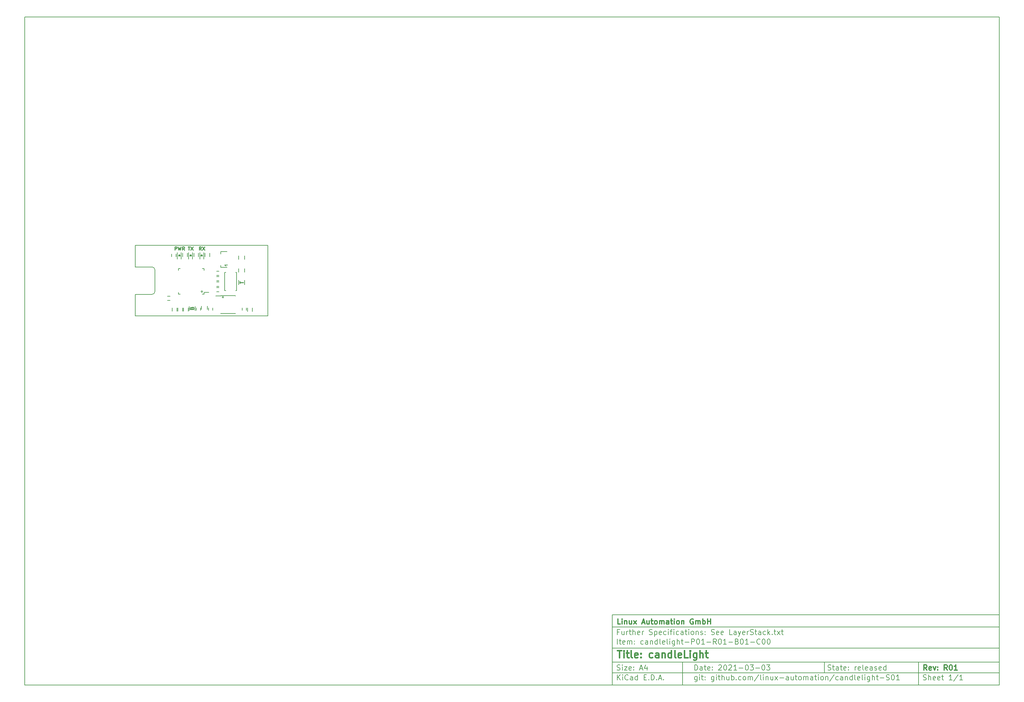
<source format=gto>
%TF.GenerationSoftware,KiCad,Pcbnew,5.1.9+dfsg1-1~bpo10+1*%
%TF.CreationDate,2021-03-04T17:44:12+01:00*%
%TF.ProjectId,candleLight,63616e64-6c65-44c6-9967-68742e6b6963,R01*%
%TF.SameCoordinates,Original*%
%TF.FileFunction,Legend,Top*%
%TF.FilePolarity,Positive*%
%FSLAX46Y46*%
G04 Gerber Fmt 4.6, Leading zero omitted, Abs format (unit mm)*
G04 Created by KiCad (PCBNEW 5.1.9+dfsg1-1~bpo10+1) date 2021-03-04 17:44:12*
%MOMM*%
%LPD*%
G01*
G04 APERTURE LIST*
%ADD10C,0.100000*%
%ADD11C,0.150000*%
%ADD12C,0.300000*%
%ADD13C,0.400000*%
%ADD14C,0.250000*%
%TA.AperFunction,Profile*%
%ADD15C,0.150000*%
%TD*%
G04 APERTURE END LIST*
D10*
D11*
X177002200Y-180007200D02*
X177002200Y-200007200D01*
X287002200Y-200007200D01*
X287002200Y-180007200D01*
X177002200Y-180007200D01*
D10*
D11*
X10000000Y-10000000D02*
X10000000Y-200007200D01*
X287002200Y-200007200D01*
X287002200Y-10000000D01*
X10000000Y-10000000D01*
D10*
D11*
X200434342Y-195785771D02*
X200434342Y-194285771D01*
X200791485Y-194285771D01*
X201005771Y-194357200D01*
X201148628Y-194500057D01*
X201220057Y-194642914D01*
X201291485Y-194928628D01*
X201291485Y-195142914D01*
X201220057Y-195428628D01*
X201148628Y-195571485D01*
X201005771Y-195714342D01*
X200791485Y-195785771D01*
X200434342Y-195785771D01*
X202577200Y-195785771D02*
X202577200Y-195000057D01*
X202505771Y-194857200D01*
X202362914Y-194785771D01*
X202077200Y-194785771D01*
X201934342Y-194857200D01*
X202577200Y-195714342D02*
X202434342Y-195785771D01*
X202077200Y-195785771D01*
X201934342Y-195714342D01*
X201862914Y-195571485D01*
X201862914Y-195428628D01*
X201934342Y-195285771D01*
X202077200Y-195214342D01*
X202434342Y-195214342D01*
X202577200Y-195142914D01*
X203077200Y-194785771D02*
X203648628Y-194785771D01*
X203291485Y-194285771D02*
X203291485Y-195571485D01*
X203362914Y-195714342D01*
X203505771Y-195785771D01*
X203648628Y-195785771D01*
X204720057Y-195714342D02*
X204577200Y-195785771D01*
X204291485Y-195785771D01*
X204148628Y-195714342D01*
X204077200Y-195571485D01*
X204077200Y-195000057D01*
X204148628Y-194857200D01*
X204291485Y-194785771D01*
X204577200Y-194785771D01*
X204720057Y-194857200D01*
X204791485Y-195000057D01*
X204791485Y-195142914D01*
X204077200Y-195285771D01*
X205434342Y-195642914D02*
X205505771Y-195714342D01*
X205434342Y-195785771D01*
X205362914Y-195714342D01*
X205434342Y-195642914D01*
X205434342Y-195785771D01*
X205434342Y-194857200D02*
X205505771Y-194928628D01*
X205434342Y-195000057D01*
X205362914Y-194928628D01*
X205434342Y-194857200D01*
X205434342Y-195000057D01*
X207220057Y-194428628D02*
X207291485Y-194357200D01*
X207434342Y-194285771D01*
X207791485Y-194285771D01*
X207934342Y-194357200D01*
X208005771Y-194428628D01*
X208077200Y-194571485D01*
X208077200Y-194714342D01*
X208005771Y-194928628D01*
X207148628Y-195785771D01*
X208077200Y-195785771D01*
X209005771Y-194285771D02*
X209148628Y-194285771D01*
X209291485Y-194357200D01*
X209362914Y-194428628D01*
X209434342Y-194571485D01*
X209505771Y-194857200D01*
X209505771Y-195214342D01*
X209434342Y-195500057D01*
X209362914Y-195642914D01*
X209291485Y-195714342D01*
X209148628Y-195785771D01*
X209005771Y-195785771D01*
X208862914Y-195714342D01*
X208791485Y-195642914D01*
X208720057Y-195500057D01*
X208648628Y-195214342D01*
X208648628Y-194857200D01*
X208720057Y-194571485D01*
X208791485Y-194428628D01*
X208862914Y-194357200D01*
X209005771Y-194285771D01*
X210077200Y-194428628D02*
X210148628Y-194357200D01*
X210291485Y-194285771D01*
X210648628Y-194285771D01*
X210791485Y-194357200D01*
X210862914Y-194428628D01*
X210934342Y-194571485D01*
X210934342Y-194714342D01*
X210862914Y-194928628D01*
X210005771Y-195785771D01*
X210934342Y-195785771D01*
X212362914Y-195785771D02*
X211505771Y-195785771D01*
X211934342Y-195785771D02*
X211934342Y-194285771D01*
X211791485Y-194500057D01*
X211648628Y-194642914D01*
X211505771Y-194714342D01*
X213005771Y-195214342D02*
X214148628Y-195214342D01*
X215148628Y-194285771D02*
X215291485Y-194285771D01*
X215434342Y-194357200D01*
X215505771Y-194428628D01*
X215577200Y-194571485D01*
X215648628Y-194857200D01*
X215648628Y-195214342D01*
X215577200Y-195500057D01*
X215505771Y-195642914D01*
X215434342Y-195714342D01*
X215291485Y-195785771D01*
X215148628Y-195785771D01*
X215005771Y-195714342D01*
X214934342Y-195642914D01*
X214862914Y-195500057D01*
X214791485Y-195214342D01*
X214791485Y-194857200D01*
X214862914Y-194571485D01*
X214934342Y-194428628D01*
X215005771Y-194357200D01*
X215148628Y-194285771D01*
X216148628Y-194285771D02*
X217077200Y-194285771D01*
X216577200Y-194857200D01*
X216791485Y-194857200D01*
X216934342Y-194928628D01*
X217005771Y-195000057D01*
X217077200Y-195142914D01*
X217077200Y-195500057D01*
X217005771Y-195642914D01*
X216934342Y-195714342D01*
X216791485Y-195785771D01*
X216362914Y-195785771D01*
X216220057Y-195714342D01*
X216148628Y-195642914D01*
X217720057Y-195214342D02*
X218862914Y-195214342D01*
X219862914Y-194285771D02*
X220005771Y-194285771D01*
X220148628Y-194357200D01*
X220220057Y-194428628D01*
X220291485Y-194571485D01*
X220362914Y-194857200D01*
X220362914Y-195214342D01*
X220291485Y-195500057D01*
X220220057Y-195642914D01*
X220148628Y-195714342D01*
X220005771Y-195785771D01*
X219862914Y-195785771D01*
X219720057Y-195714342D01*
X219648628Y-195642914D01*
X219577200Y-195500057D01*
X219505771Y-195214342D01*
X219505771Y-194857200D01*
X219577200Y-194571485D01*
X219648628Y-194428628D01*
X219720057Y-194357200D01*
X219862914Y-194285771D01*
X220862914Y-194285771D02*
X221791485Y-194285771D01*
X221291485Y-194857200D01*
X221505771Y-194857200D01*
X221648628Y-194928628D01*
X221720057Y-195000057D01*
X221791485Y-195142914D01*
X221791485Y-195500057D01*
X221720057Y-195642914D01*
X221648628Y-195714342D01*
X221505771Y-195785771D01*
X221077200Y-195785771D01*
X220934342Y-195714342D01*
X220862914Y-195642914D01*
D10*
D11*
X178434342Y-188385771D02*
X178434342Y-186885771D01*
X178934342Y-187385771D02*
X179505771Y-187385771D01*
X179148628Y-186885771D02*
X179148628Y-188171485D01*
X179220057Y-188314342D01*
X179362914Y-188385771D01*
X179505771Y-188385771D01*
X180577200Y-188314342D02*
X180434342Y-188385771D01*
X180148628Y-188385771D01*
X180005771Y-188314342D01*
X179934342Y-188171485D01*
X179934342Y-187600057D01*
X180005771Y-187457200D01*
X180148628Y-187385771D01*
X180434342Y-187385771D01*
X180577200Y-187457200D01*
X180648628Y-187600057D01*
X180648628Y-187742914D01*
X179934342Y-187885771D01*
X181291485Y-188385771D02*
X181291485Y-187385771D01*
X181291485Y-187528628D02*
X181362914Y-187457200D01*
X181505771Y-187385771D01*
X181720057Y-187385771D01*
X181862914Y-187457200D01*
X181934342Y-187600057D01*
X181934342Y-188385771D01*
X181934342Y-187600057D02*
X182005771Y-187457200D01*
X182148628Y-187385771D01*
X182362914Y-187385771D01*
X182505771Y-187457200D01*
X182577200Y-187600057D01*
X182577200Y-188385771D01*
X183291485Y-188242914D02*
X183362914Y-188314342D01*
X183291485Y-188385771D01*
X183220057Y-188314342D01*
X183291485Y-188242914D01*
X183291485Y-188385771D01*
X183291485Y-187457200D02*
X183362914Y-187528628D01*
X183291485Y-187600057D01*
X183220057Y-187528628D01*
X183291485Y-187457200D01*
X183291485Y-187600057D01*
X185791485Y-188314342D02*
X185648628Y-188385771D01*
X185362914Y-188385771D01*
X185220057Y-188314342D01*
X185148628Y-188242914D01*
X185077200Y-188100057D01*
X185077200Y-187671485D01*
X185148628Y-187528628D01*
X185220057Y-187457200D01*
X185362914Y-187385771D01*
X185648628Y-187385771D01*
X185791485Y-187457200D01*
X187077200Y-188385771D02*
X187077200Y-187600057D01*
X187005771Y-187457200D01*
X186862914Y-187385771D01*
X186577200Y-187385771D01*
X186434342Y-187457200D01*
X187077200Y-188314342D02*
X186934342Y-188385771D01*
X186577200Y-188385771D01*
X186434342Y-188314342D01*
X186362914Y-188171485D01*
X186362914Y-188028628D01*
X186434342Y-187885771D01*
X186577200Y-187814342D01*
X186934342Y-187814342D01*
X187077200Y-187742914D01*
X187791485Y-187385771D02*
X187791485Y-188385771D01*
X187791485Y-187528628D02*
X187862914Y-187457200D01*
X188005771Y-187385771D01*
X188220057Y-187385771D01*
X188362914Y-187457200D01*
X188434342Y-187600057D01*
X188434342Y-188385771D01*
X189791485Y-188385771D02*
X189791485Y-186885771D01*
X189791485Y-188314342D02*
X189648628Y-188385771D01*
X189362914Y-188385771D01*
X189220057Y-188314342D01*
X189148628Y-188242914D01*
X189077200Y-188100057D01*
X189077200Y-187671485D01*
X189148628Y-187528628D01*
X189220057Y-187457200D01*
X189362914Y-187385771D01*
X189648628Y-187385771D01*
X189791485Y-187457200D01*
X190720057Y-188385771D02*
X190577200Y-188314342D01*
X190505771Y-188171485D01*
X190505771Y-186885771D01*
X191862914Y-188314342D02*
X191720057Y-188385771D01*
X191434342Y-188385771D01*
X191291485Y-188314342D01*
X191220057Y-188171485D01*
X191220057Y-187600057D01*
X191291485Y-187457200D01*
X191434342Y-187385771D01*
X191720057Y-187385771D01*
X191862914Y-187457200D01*
X191934342Y-187600057D01*
X191934342Y-187742914D01*
X191220057Y-187885771D01*
X192791485Y-188385771D02*
X192648628Y-188314342D01*
X192577200Y-188171485D01*
X192577200Y-186885771D01*
X193362914Y-188385771D02*
X193362914Y-187385771D01*
X193362914Y-186885771D02*
X193291485Y-186957200D01*
X193362914Y-187028628D01*
X193434342Y-186957200D01*
X193362914Y-186885771D01*
X193362914Y-187028628D01*
X194720057Y-187385771D02*
X194720057Y-188600057D01*
X194648628Y-188742914D01*
X194577200Y-188814342D01*
X194434342Y-188885771D01*
X194220057Y-188885771D01*
X194077200Y-188814342D01*
X194720057Y-188314342D02*
X194577200Y-188385771D01*
X194291485Y-188385771D01*
X194148628Y-188314342D01*
X194077200Y-188242914D01*
X194005771Y-188100057D01*
X194005771Y-187671485D01*
X194077200Y-187528628D01*
X194148628Y-187457200D01*
X194291485Y-187385771D01*
X194577200Y-187385771D01*
X194720057Y-187457200D01*
X195434342Y-188385771D02*
X195434342Y-186885771D01*
X196077200Y-188385771D02*
X196077200Y-187600057D01*
X196005771Y-187457200D01*
X195862914Y-187385771D01*
X195648628Y-187385771D01*
X195505771Y-187457200D01*
X195434342Y-187528628D01*
X196577200Y-187385771D02*
X197148628Y-187385771D01*
X196791485Y-186885771D02*
X196791485Y-188171485D01*
X196862914Y-188314342D01*
X197005771Y-188385771D01*
X197148628Y-188385771D01*
X197648628Y-187814342D02*
X198791485Y-187814342D01*
X199505771Y-188385771D02*
X199505771Y-186885771D01*
X200077200Y-186885771D01*
X200220057Y-186957200D01*
X200291485Y-187028628D01*
X200362914Y-187171485D01*
X200362914Y-187385771D01*
X200291485Y-187528628D01*
X200220057Y-187600057D01*
X200077200Y-187671485D01*
X199505771Y-187671485D01*
X201291485Y-186885771D02*
X201434342Y-186885771D01*
X201577200Y-186957200D01*
X201648628Y-187028628D01*
X201720057Y-187171485D01*
X201791485Y-187457200D01*
X201791485Y-187814342D01*
X201720057Y-188100057D01*
X201648628Y-188242914D01*
X201577200Y-188314342D01*
X201434342Y-188385771D01*
X201291485Y-188385771D01*
X201148628Y-188314342D01*
X201077200Y-188242914D01*
X201005771Y-188100057D01*
X200934342Y-187814342D01*
X200934342Y-187457200D01*
X201005771Y-187171485D01*
X201077200Y-187028628D01*
X201148628Y-186957200D01*
X201291485Y-186885771D01*
X203220057Y-188385771D02*
X202362914Y-188385771D01*
X202791485Y-188385771D02*
X202791485Y-186885771D01*
X202648628Y-187100057D01*
X202505771Y-187242914D01*
X202362914Y-187314342D01*
X203862914Y-187814342D02*
X205005771Y-187814342D01*
X206577200Y-188385771D02*
X206077200Y-187671485D01*
X205720057Y-188385771D02*
X205720057Y-186885771D01*
X206291485Y-186885771D01*
X206434342Y-186957200D01*
X206505771Y-187028628D01*
X206577200Y-187171485D01*
X206577200Y-187385771D01*
X206505771Y-187528628D01*
X206434342Y-187600057D01*
X206291485Y-187671485D01*
X205720057Y-187671485D01*
X207505771Y-186885771D02*
X207648628Y-186885771D01*
X207791485Y-186957200D01*
X207862914Y-187028628D01*
X207934342Y-187171485D01*
X208005771Y-187457200D01*
X208005771Y-187814342D01*
X207934342Y-188100057D01*
X207862914Y-188242914D01*
X207791485Y-188314342D01*
X207648628Y-188385771D01*
X207505771Y-188385771D01*
X207362914Y-188314342D01*
X207291485Y-188242914D01*
X207220057Y-188100057D01*
X207148628Y-187814342D01*
X207148628Y-187457200D01*
X207220057Y-187171485D01*
X207291485Y-187028628D01*
X207362914Y-186957200D01*
X207505771Y-186885771D01*
X209434342Y-188385771D02*
X208577200Y-188385771D01*
X209005771Y-188385771D02*
X209005771Y-186885771D01*
X208862914Y-187100057D01*
X208720057Y-187242914D01*
X208577200Y-187314342D01*
X210077200Y-187814342D02*
X211220057Y-187814342D01*
X212434342Y-187600057D02*
X212648628Y-187671485D01*
X212720057Y-187742914D01*
X212791485Y-187885771D01*
X212791485Y-188100057D01*
X212720057Y-188242914D01*
X212648628Y-188314342D01*
X212505771Y-188385771D01*
X211934342Y-188385771D01*
X211934342Y-186885771D01*
X212434342Y-186885771D01*
X212577200Y-186957200D01*
X212648628Y-187028628D01*
X212720057Y-187171485D01*
X212720057Y-187314342D01*
X212648628Y-187457200D01*
X212577200Y-187528628D01*
X212434342Y-187600057D01*
X211934342Y-187600057D01*
X213720057Y-186885771D02*
X213862914Y-186885771D01*
X214005771Y-186957200D01*
X214077200Y-187028628D01*
X214148628Y-187171485D01*
X214220057Y-187457200D01*
X214220057Y-187814342D01*
X214148628Y-188100057D01*
X214077200Y-188242914D01*
X214005771Y-188314342D01*
X213862914Y-188385771D01*
X213720057Y-188385771D01*
X213577200Y-188314342D01*
X213505771Y-188242914D01*
X213434342Y-188100057D01*
X213362914Y-187814342D01*
X213362914Y-187457200D01*
X213434342Y-187171485D01*
X213505771Y-187028628D01*
X213577200Y-186957200D01*
X213720057Y-186885771D01*
X215648628Y-188385771D02*
X214791485Y-188385771D01*
X215220057Y-188385771D02*
X215220057Y-186885771D01*
X215077200Y-187100057D01*
X214934342Y-187242914D01*
X214791485Y-187314342D01*
X216291485Y-187814342D02*
X217434342Y-187814342D01*
X219005771Y-188242914D02*
X218934342Y-188314342D01*
X218720057Y-188385771D01*
X218577200Y-188385771D01*
X218362914Y-188314342D01*
X218220057Y-188171485D01*
X218148628Y-188028628D01*
X218077200Y-187742914D01*
X218077200Y-187528628D01*
X218148628Y-187242914D01*
X218220057Y-187100057D01*
X218362914Y-186957200D01*
X218577200Y-186885771D01*
X218720057Y-186885771D01*
X218934342Y-186957200D01*
X219005771Y-187028628D01*
X219934342Y-186885771D02*
X220077200Y-186885771D01*
X220220057Y-186957200D01*
X220291485Y-187028628D01*
X220362914Y-187171485D01*
X220434342Y-187457200D01*
X220434342Y-187814342D01*
X220362914Y-188100057D01*
X220291485Y-188242914D01*
X220220057Y-188314342D01*
X220077200Y-188385771D01*
X219934342Y-188385771D01*
X219791485Y-188314342D01*
X219720057Y-188242914D01*
X219648628Y-188100057D01*
X219577200Y-187814342D01*
X219577200Y-187457200D01*
X219648628Y-187171485D01*
X219720057Y-187028628D01*
X219791485Y-186957200D01*
X219934342Y-186885771D01*
X221362914Y-186885771D02*
X221505771Y-186885771D01*
X221648628Y-186957200D01*
X221720057Y-187028628D01*
X221791485Y-187171485D01*
X221862914Y-187457200D01*
X221862914Y-187814342D01*
X221791485Y-188100057D01*
X221720057Y-188242914D01*
X221648628Y-188314342D01*
X221505771Y-188385771D01*
X221362914Y-188385771D01*
X221220057Y-188314342D01*
X221148628Y-188242914D01*
X221077200Y-188100057D01*
X221005771Y-187814342D01*
X221005771Y-187457200D01*
X221077200Y-187171485D01*
X221148628Y-187028628D01*
X221220057Y-186957200D01*
X221362914Y-186885771D01*
D10*
D11*
X177002200Y-196507200D02*
X287002200Y-196507200D01*
D10*
D11*
X178434342Y-198585771D02*
X178434342Y-197085771D01*
X179291485Y-198585771D02*
X178648628Y-197728628D01*
X179291485Y-197085771D02*
X178434342Y-197942914D01*
X179934342Y-198585771D02*
X179934342Y-197585771D01*
X179934342Y-197085771D02*
X179862914Y-197157200D01*
X179934342Y-197228628D01*
X180005771Y-197157200D01*
X179934342Y-197085771D01*
X179934342Y-197228628D01*
X181505771Y-198442914D02*
X181434342Y-198514342D01*
X181220057Y-198585771D01*
X181077200Y-198585771D01*
X180862914Y-198514342D01*
X180720057Y-198371485D01*
X180648628Y-198228628D01*
X180577200Y-197942914D01*
X180577200Y-197728628D01*
X180648628Y-197442914D01*
X180720057Y-197300057D01*
X180862914Y-197157200D01*
X181077200Y-197085771D01*
X181220057Y-197085771D01*
X181434342Y-197157200D01*
X181505771Y-197228628D01*
X182791485Y-198585771D02*
X182791485Y-197800057D01*
X182720057Y-197657200D01*
X182577200Y-197585771D01*
X182291485Y-197585771D01*
X182148628Y-197657200D01*
X182791485Y-198514342D02*
X182648628Y-198585771D01*
X182291485Y-198585771D01*
X182148628Y-198514342D01*
X182077200Y-198371485D01*
X182077200Y-198228628D01*
X182148628Y-198085771D01*
X182291485Y-198014342D01*
X182648628Y-198014342D01*
X182791485Y-197942914D01*
X184148628Y-198585771D02*
X184148628Y-197085771D01*
X184148628Y-198514342D02*
X184005771Y-198585771D01*
X183720057Y-198585771D01*
X183577200Y-198514342D01*
X183505771Y-198442914D01*
X183434342Y-198300057D01*
X183434342Y-197871485D01*
X183505771Y-197728628D01*
X183577200Y-197657200D01*
X183720057Y-197585771D01*
X184005771Y-197585771D01*
X184148628Y-197657200D01*
X186005771Y-197800057D02*
X186505771Y-197800057D01*
X186720057Y-198585771D02*
X186005771Y-198585771D01*
X186005771Y-197085771D01*
X186720057Y-197085771D01*
X187362914Y-198442914D02*
X187434342Y-198514342D01*
X187362914Y-198585771D01*
X187291485Y-198514342D01*
X187362914Y-198442914D01*
X187362914Y-198585771D01*
X188077200Y-198585771D02*
X188077200Y-197085771D01*
X188434342Y-197085771D01*
X188648628Y-197157200D01*
X188791485Y-197300057D01*
X188862914Y-197442914D01*
X188934342Y-197728628D01*
X188934342Y-197942914D01*
X188862914Y-198228628D01*
X188791485Y-198371485D01*
X188648628Y-198514342D01*
X188434342Y-198585771D01*
X188077200Y-198585771D01*
X189577200Y-198442914D02*
X189648628Y-198514342D01*
X189577200Y-198585771D01*
X189505771Y-198514342D01*
X189577200Y-198442914D01*
X189577200Y-198585771D01*
X190220057Y-198157200D02*
X190934342Y-198157200D01*
X190077200Y-198585771D02*
X190577200Y-197085771D01*
X191077200Y-198585771D01*
X191577200Y-198442914D02*
X191648628Y-198514342D01*
X191577200Y-198585771D01*
X191505771Y-198514342D01*
X191577200Y-198442914D01*
X191577200Y-198585771D01*
D10*
D11*
X177002200Y-193507200D02*
X287002200Y-193507200D01*
D10*
D12*
X266411485Y-195785771D02*
X265911485Y-195071485D01*
X265554342Y-195785771D02*
X265554342Y-194285771D01*
X266125771Y-194285771D01*
X266268628Y-194357200D01*
X266340057Y-194428628D01*
X266411485Y-194571485D01*
X266411485Y-194785771D01*
X266340057Y-194928628D01*
X266268628Y-195000057D01*
X266125771Y-195071485D01*
X265554342Y-195071485D01*
X267625771Y-195714342D02*
X267482914Y-195785771D01*
X267197200Y-195785771D01*
X267054342Y-195714342D01*
X266982914Y-195571485D01*
X266982914Y-195000057D01*
X267054342Y-194857200D01*
X267197200Y-194785771D01*
X267482914Y-194785771D01*
X267625771Y-194857200D01*
X267697200Y-195000057D01*
X267697200Y-195142914D01*
X266982914Y-195285771D01*
X268197200Y-194785771D02*
X268554342Y-195785771D01*
X268911485Y-194785771D01*
X269482914Y-195642914D02*
X269554342Y-195714342D01*
X269482914Y-195785771D01*
X269411485Y-195714342D01*
X269482914Y-195642914D01*
X269482914Y-195785771D01*
X269482914Y-194857200D02*
X269554342Y-194928628D01*
X269482914Y-195000057D01*
X269411485Y-194928628D01*
X269482914Y-194857200D01*
X269482914Y-195000057D01*
X272197200Y-195785771D02*
X271697200Y-195071485D01*
X271340057Y-195785771D02*
X271340057Y-194285771D01*
X271911485Y-194285771D01*
X272054342Y-194357200D01*
X272125771Y-194428628D01*
X272197200Y-194571485D01*
X272197200Y-194785771D01*
X272125771Y-194928628D01*
X272054342Y-195000057D01*
X271911485Y-195071485D01*
X271340057Y-195071485D01*
X273125771Y-194285771D02*
X273268628Y-194285771D01*
X273411485Y-194357200D01*
X273482914Y-194428628D01*
X273554342Y-194571485D01*
X273625771Y-194857200D01*
X273625771Y-195214342D01*
X273554342Y-195500057D01*
X273482914Y-195642914D01*
X273411485Y-195714342D01*
X273268628Y-195785771D01*
X273125771Y-195785771D01*
X272982914Y-195714342D01*
X272911485Y-195642914D01*
X272840057Y-195500057D01*
X272768628Y-195214342D01*
X272768628Y-194857200D01*
X272840057Y-194571485D01*
X272911485Y-194428628D01*
X272982914Y-194357200D01*
X273125771Y-194285771D01*
X275054342Y-195785771D02*
X274197200Y-195785771D01*
X274625771Y-195785771D02*
X274625771Y-194285771D01*
X274482914Y-194500057D01*
X274340057Y-194642914D01*
X274197200Y-194714342D01*
D10*
D11*
X178362914Y-195714342D02*
X178577200Y-195785771D01*
X178934342Y-195785771D01*
X179077200Y-195714342D01*
X179148628Y-195642914D01*
X179220057Y-195500057D01*
X179220057Y-195357200D01*
X179148628Y-195214342D01*
X179077200Y-195142914D01*
X178934342Y-195071485D01*
X178648628Y-195000057D01*
X178505771Y-194928628D01*
X178434342Y-194857200D01*
X178362914Y-194714342D01*
X178362914Y-194571485D01*
X178434342Y-194428628D01*
X178505771Y-194357200D01*
X178648628Y-194285771D01*
X179005771Y-194285771D01*
X179220057Y-194357200D01*
X179862914Y-195785771D02*
X179862914Y-194785771D01*
X179862914Y-194285771D02*
X179791485Y-194357200D01*
X179862914Y-194428628D01*
X179934342Y-194357200D01*
X179862914Y-194285771D01*
X179862914Y-194428628D01*
X180434342Y-194785771D02*
X181220057Y-194785771D01*
X180434342Y-195785771D01*
X181220057Y-195785771D01*
X182362914Y-195714342D02*
X182220057Y-195785771D01*
X181934342Y-195785771D01*
X181791485Y-195714342D01*
X181720057Y-195571485D01*
X181720057Y-195000057D01*
X181791485Y-194857200D01*
X181934342Y-194785771D01*
X182220057Y-194785771D01*
X182362914Y-194857200D01*
X182434342Y-195000057D01*
X182434342Y-195142914D01*
X181720057Y-195285771D01*
X183077200Y-195642914D02*
X183148628Y-195714342D01*
X183077200Y-195785771D01*
X183005771Y-195714342D01*
X183077200Y-195642914D01*
X183077200Y-195785771D01*
X183077200Y-194857200D02*
X183148628Y-194928628D01*
X183077200Y-195000057D01*
X183005771Y-194928628D01*
X183077200Y-194857200D01*
X183077200Y-195000057D01*
X184862914Y-195357200D02*
X185577200Y-195357200D01*
X184720057Y-195785771D02*
X185220057Y-194285771D01*
X185720057Y-195785771D01*
X186862914Y-194785771D02*
X186862914Y-195785771D01*
X186505771Y-194214342D02*
X186148628Y-195285771D01*
X187077200Y-195285771D01*
D10*
D11*
X265362914Y-198514342D02*
X265577200Y-198585771D01*
X265934342Y-198585771D01*
X266077200Y-198514342D01*
X266148628Y-198442914D01*
X266220057Y-198300057D01*
X266220057Y-198157200D01*
X266148628Y-198014342D01*
X266077200Y-197942914D01*
X265934342Y-197871485D01*
X265648628Y-197800057D01*
X265505771Y-197728628D01*
X265434342Y-197657200D01*
X265362914Y-197514342D01*
X265362914Y-197371485D01*
X265434342Y-197228628D01*
X265505771Y-197157200D01*
X265648628Y-197085771D01*
X266005771Y-197085771D01*
X266220057Y-197157200D01*
X266862914Y-198585771D02*
X266862914Y-197085771D01*
X267505771Y-198585771D02*
X267505771Y-197800057D01*
X267434342Y-197657200D01*
X267291485Y-197585771D01*
X267077200Y-197585771D01*
X266934342Y-197657200D01*
X266862914Y-197728628D01*
X268791485Y-198514342D02*
X268648628Y-198585771D01*
X268362914Y-198585771D01*
X268220057Y-198514342D01*
X268148628Y-198371485D01*
X268148628Y-197800057D01*
X268220057Y-197657200D01*
X268362914Y-197585771D01*
X268648628Y-197585771D01*
X268791485Y-197657200D01*
X268862914Y-197800057D01*
X268862914Y-197942914D01*
X268148628Y-198085771D01*
X270077200Y-198514342D02*
X269934342Y-198585771D01*
X269648628Y-198585771D01*
X269505771Y-198514342D01*
X269434342Y-198371485D01*
X269434342Y-197800057D01*
X269505771Y-197657200D01*
X269648628Y-197585771D01*
X269934342Y-197585771D01*
X270077200Y-197657200D01*
X270148628Y-197800057D01*
X270148628Y-197942914D01*
X269434342Y-198085771D01*
X270577200Y-197585771D02*
X271148628Y-197585771D01*
X270791485Y-197085771D02*
X270791485Y-198371485D01*
X270862914Y-198514342D01*
X271005771Y-198585771D01*
X271148628Y-198585771D01*
X273577200Y-198585771D02*
X272720057Y-198585771D01*
X273148628Y-198585771D02*
X273148628Y-197085771D01*
X273005771Y-197300057D01*
X272862914Y-197442914D01*
X272720057Y-197514342D01*
X275291485Y-197014342D02*
X274005771Y-198942914D01*
X276577200Y-198585771D02*
X275720057Y-198585771D01*
X276148628Y-198585771D02*
X276148628Y-197085771D01*
X276005771Y-197300057D01*
X275862914Y-197442914D01*
X275720057Y-197514342D01*
D10*
D11*
X177002200Y-189507200D02*
X287002200Y-189507200D01*
D10*
D13*
X178452676Y-190211961D02*
X179595533Y-190211961D01*
X179024104Y-192211961D02*
X179024104Y-190211961D01*
X180262200Y-192211961D02*
X180262200Y-190878628D01*
X180262200Y-190211961D02*
X180166961Y-190307200D01*
X180262200Y-190402438D01*
X180357438Y-190307200D01*
X180262200Y-190211961D01*
X180262200Y-190402438D01*
X180928866Y-190878628D02*
X181690771Y-190878628D01*
X181214580Y-190211961D02*
X181214580Y-191926247D01*
X181309819Y-192116723D01*
X181500295Y-192211961D01*
X181690771Y-192211961D01*
X182643152Y-192211961D02*
X182452676Y-192116723D01*
X182357438Y-191926247D01*
X182357438Y-190211961D01*
X184166961Y-192116723D02*
X183976485Y-192211961D01*
X183595533Y-192211961D01*
X183405057Y-192116723D01*
X183309819Y-191926247D01*
X183309819Y-191164342D01*
X183405057Y-190973866D01*
X183595533Y-190878628D01*
X183976485Y-190878628D01*
X184166961Y-190973866D01*
X184262200Y-191164342D01*
X184262200Y-191354819D01*
X183309819Y-191545295D01*
X185119342Y-192021485D02*
X185214580Y-192116723D01*
X185119342Y-192211961D01*
X185024104Y-192116723D01*
X185119342Y-192021485D01*
X185119342Y-192211961D01*
X185119342Y-190973866D02*
X185214580Y-191069104D01*
X185119342Y-191164342D01*
X185024104Y-191069104D01*
X185119342Y-190973866D01*
X185119342Y-191164342D01*
X188452676Y-192116723D02*
X188262200Y-192211961D01*
X187881247Y-192211961D01*
X187690771Y-192116723D01*
X187595533Y-192021485D01*
X187500295Y-191831009D01*
X187500295Y-191259580D01*
X187595533Y-191069104D01*
X187690771Y-190973866D01*
X187881247Y-190878628D01*
X188262200Y-190878628D01*
X188452676Y-190973866D01*
X190166961Y-192211961D02*
X190166961Y-191164342D01*
X190071723Y-190973866D01*
X189881247Y-190878628D01*
X189500295Y-190878628D01*
X189309819Y-190973866D01*
X190166961Y-192116723D02*
X189976485Y-192211961D01*
X189500295Y-192211961D01*
X189309819Y-192116723D01*
X189214580Y-191926247D01*
X189214580Y-191735771D01*
X189309819Y-191545295D01*
X189500295Y-191450057D01*
X189976485Y-191450057D01*
X190166961Y-191354819D01*
X191119342Y-190878628D02*
X191119342Y-192211961D01*
X191119342Y-191069104D02*
X191214580Y-190973866D01*
X191405057Y-190878628D01*
X191690771Y-190878628D01*
X191881247Y-190973866D01*
X191976485Y-191164342D01*
X191976485Y-192211961D01*
X193786009Y-192211961D02*
X193786009Y-190211961D01*
X193786009Y-192116723D02*
X193595533Y-192211961D01*
X193214580Y-192211961D01*
X193024104Y-192116723D01*
X192928866Y-192021485D01*
X192833628Y-191831009D01*
X192833628Y-191259580D01*
X192928866Y-191069104D01*
X193024104Y-190973866D01*
X193214580Y-190878628D01*
X193595533Y-190878628D01*
X193786009Y-190973866D01*
X195024104Y-192211961D02*
X194833628Y-192116723D01*
X194738390Y-191926247D01*
X194738390Y-190211961D01*
X196547914Y-192116723D02*
X196357438Y-192211961D01*
X195976485Y-192211961D01*
X195786009Y-192116723D01*
X195690771Y-191926247D01*
X195690771Y-191164342D01*
X195786009Y-190973866D01*
X195976485Y-190878628D01*
X196357438Y-190878628D01*
X196547914Y-190973866D01*
X196643152Y-191164342D01*
X196643152Y-191354819D01*
X195690771Y-191545295D01*
X198452676Y-192211961D02*
X197500295Y-192211961D01*
X197500295Y-190211961D01*
X199119342Y-192211961D02*
X199119342Y-190878628D01*
X199119342Y-190211961D02*
X199024104Y-190307200D01*
X199119342Y-190402438D01*
X199214580Y-190307200D01*
X199119342Y-190211961D01*
X199119342Y-190402438D01*
X200928866Y-190878628D02*
X200928866Y-192497676D01*
X200833628Y-192688152D01*
X200738390Y-192783390D01*
X200547914Y-192878628D01*
X200262200Y-192878628D01*
X200071723Y-192783390D01*
X200928866Y-192116723D02*
X200738390Y-192211961D01*
X200357438Y-192211961D01*
X200166961Y-192116723D01*
X200071723Y-192021485D01*
X199976485Y-191831009D01*
X199976485Y-191259580D01*
X200071723Y-191069104D01*
X200166961Y-190973866D01*
X200357438Y-190878628D01*
X200738390Y-190878628D01*
X200928866Y-190973866D01*
X201881247Y-192211961D02*
X201881247Y-190211961D01*
X202738390Y-192211961D02*
X202738390Y-191164342D01*
X202643152Y-190973866D01*
X202452676Y-190878628D01*
X202166961Y-190878628D01*
X201976485Y-190973866D01*
X201881247Y-191069104D01*
X203405057Y-190878628D02*
X204166961Y-190878628D01*
X203690771Y-190211961D02*
X203690771Y-191926247D01*
X203786009Y-192116723D01*
X203976485Y-192211961D01*
X204166961Y-192211961D01*
D10*
D11*
X177002200Y-183507200D02*
X287002200Y-183507200D01*
D10*
D11*
X178934342Y-184900057D02*
X178434342Y-184900057D01*
X178434342Y-185685771D02*
X178434342Y-184185771D01*
X179148628Y-184185771D01*
X180362914Y-184685771D02*
X180362914Y-185685771D01*
X179720057Y-184685771D02*
X179720057Y-185471485D01*
X179791485Y-185614342D01*
X179934342Y-185685771D01*
X180148628Y-185685771D01*
X180291485Y-185614342D01*
X180362914Y-185542914D01*
X181077200Y-185685771D02*
X181077200Y-184685771D01*
X181077200Y-184971485D02*
X181148628Y-184828628D01*
X181220057Y-184757200D01*
X181362914Y-184685771D01*
X181505771Y-184685771D01*
X181791485Y-184685771D02*
X182362914Y-184685771D01*
X182005771Y-184185771D02*
X182005771Y-185471485D01*
X182077200Y-185614342D01*
X182220057Y-185685771D01*
X182362914Y-185685771D01*
X182862914Y-185685771D02*
X182862914Y-184185771D01*
X183505771Y-185685771D02*
X183505771Y-184900057D01*
X183434342Y-184757200D01*
X183291485Y-184685771D01*
X183077200Y-184685771D01*
X182934342Y-184757200D01*
X182862914Y-184828628D01*
X184791485Y-185614342D02*
X184648628Y-185685771D01*
X184362914Y-185685771D01*
X184220057Y-185614342D01*
X184148628Y-185471485D01*
X184148628Y-184900057D01*
X184220057Y-184757200D01*
X184362914Y-184685771D01*
X184648628Y-184685771D01*
X184791485Y-184757200D01*
X184862914Y-184900057D01*
X184862914Y-185042914D01*
X184148628Y-185185771D01*
X185505771Y-185685771D02*
X185505771Y-184685771D01*
X185505771Y-184971485D02*
X185577200Y-184828628D01*
X185648628Y-184757200D01*
X185791485Y-184685771D01*
X185934342Y-184685771D01*
X187505771Y-185614342D02*
X187720057Y-185685771D01*
X188077200Y-185685771D01*
X188220057Y-185614342D01*
X188291485Y-185542914D01*
X188362914Y-185400057D01*
X188362914Y-185257200D01*
X188291485Y-185114342D01*
X188220057Y-185042914D01*
X188077200Y-184971485D01*
X187791485Y-184900057D01*
X187648628Y-184828628D01*
X187577200Y-184757200D01*
X187505771Y-184614342D01*
X187505771Y-184471485D01*
X187577200Y-184328628D01*
X187648628Y-184257200D01*
X187791485Y-184185771D01*
X188148628Y-184185771D01*
X188362914Y-184257200D01*
X189005771Y-184685771D02*
X189005771Y-186185771D01*
X189005771Y-184757200D02*
X189148628Y-184685771D01*
X189434342Y-184685771D01*
X189577200Y-184757200D01*
X189648628Y-184828628D01*
X189720057Y-184971485D01*
X189720057Y-185400057D01*
X189648628Y-185542914D01*
X189577200Y-185614342D01*
X189434342Y-185685771D01*
X189148628Y-185685771D01*
X189005771Y-185614342D01*
X190934342Y-185614342D02*
X190791485Y-185685771D01*
X190505771Y-185685771D01*
X190362914Y-185614342D01*
X190291485Y-185471485D01*
X190291485Y-184900057D01*
X190362914Y-184757200D01*
X190505771Y-184685771D01*
X190791485Y-184685771D01*
X190934342Y-184757200D01*
X191005771Y-184900057D01*
X191005771Y-185042914D01*
X190291485Y-185185771D01*
X192291485Y-185614342D02*
X192148628Y-185685771D01*
X191862914Y-185685771D01*
X191720057Y-185614342D01*
X191648628Y-185542914D01*
X191577200Y-185400057D01*
X191577200Y-184971485D01*
X191648628Y-184828628D01*
X191720057Y-184757200D01*
X191862914Y-184685771D01*
X192148628Y-184685771D01*
X192291485Y-184757200D01*
X192934342Y-185685771D02*
X192934342Y-184685771D01*
X192934342Y-184185771D02*
X192862914Y-184257200D01*
X192934342Y-184328628D01*
X193005771Y-184257200D01*
X192934342Y-184185771D01*
X192934342Y-184328628D01*
X193434342Y-184685771D02*
X194005771Y-184685771D01*
X193648628Y-185685771D02*
X193648628Y-184400057D01*
X193720057Y-184257200D01*
X193862914Y-184185771D01*
X194005771Y-184185771D01*
X194505771Y-185685771D02*
X194505771Y-184685771D01*
X194505771Y-184185771D02*
X194434342Y-184257200D01*
X194505771Y-184328628D01*
X194577200Y-184257200D01*
X194505771Y-184185771D01*
X194505771Y-184328628D01*
X195862914Y-185614342D02*
X195720057Y-185685771D01*
X195434342Y-185685771D01*
X195291485Y-185614342D01*
X195220057Y-185542914D01*
X195148628Y-185400057D01*
X195148628Y-184971485D01*
X195220057Y-184828628D01*
X195291485Y-184757200D01*
X195434342Y-184685771D01*
X195720057Y-184685771D01*
X195862914Y-184757200D01*
X197148628Y-185685771D02*
X197148628Y-184900057D01*
X197077200Y-184757200D01*
X196934342Y-184685771D01*
X196648628Y-184685771D01*
X196505771Y-184757200D01*
X197148628Y-185614342D02*
X197005771Y-185685771D01*
X196648628Y-185685771D01*
X196505771Y-185614342D01*
X196434342Y-185471485D01*
X196434342Y-185328628D01*
X196505771Y-185185771D01*
X196648628Y-185114342D01*
X197005771Y-185114342D01*
X197148628Y-185042914D01*
X197648628Y-184685771D02*
X198220057Y-184685771D01*
X197862914Y-184185771D02*
X197862914Y-185471485D01*
X197934342Y-185614342D01*
X198077200Y-185685771D01*
X198220057Y-185685771D01*
X198720057Y-185685771D02*
X198720057Y-184685771D01*
X198720057Y-184185771D02*
X198648628Y-184257200D01*
X198720057Y-184328628D01*
X198791485Y-184257200D01*
X198720057Y-184185771D01*
X198720057Y-184328628D01*
X199648628Y-185685771D02*
X199505771Y-185614342D01*
X199434342Y-185542914D01*
X199362914Y-185400057D01*
X199362914Y-184971485D01*
X199434342Y-184828628D01*
X199505771Y-184757200D01*
X199648628Y-184685771D01*
X199862914Y-184685771D01*
X200005771Y-184757200D01*
X200077200Y-184828628D01*
X200148628Y-184971485D01*
X200148628Y-185400057D01*
X200077200Y-185542914D01*
X200005771Y-185614342D01*
X199862914Y-185685771D01*
X199648628Y-185685771D01*
X200791485Y-184685771D02*
X200791485Y-185685771D01*
X200791485Y-184828628D02*
X200862914Y-184757200D01*
X201005771Y-184685771D01*
X201220057Y-184685771D01*
X201362914Y-184757200D01*
X201434342Y-184900057D01*
X201434342Y-185685771D01*
X202077200Y-185614342D02*
X202220057Y-185685771D01*
X202505771Y-185685771D01*
X202648628Y-185614342D01*
X202720057Y-185471485D01*
X202720057Y-185400057D01*
X202648628Y-185257200D01*
X202505771Y-185185771D01*
X202291485Y-185185771D01*
X202148628Y-185114342D01*
X202077200Y-184971485D01*
X202077200Y-184900057D01*
X202148628Y-184757200D01*
X202291485Y-184685771D01*
X202505771Y-184685771D01*
X202648628Y-184757200D01*
X203362914Y-185542914D02*
X203434342Y-185614342D01*
X203362914Y-185685771D01*
X203291485Y-185614342D01*
X203362914Y-185542914D01*
X203362914Y-185685771D01*
X203362914Y-184757200D02*
X203434342Y-184828628D01*
X203362914Y-184900057D01*
X203291485Y-184828628D01*
X203362914Y-184757200D01*
X203362914Y-184900057D01*
X205148628Y-185614342D02*
X205362914Y-185685771D01*
X205720057Y-185685771D01*
X205862914Y-185614342D01*
X205934342Y-185542914D01*
X206005771Y-185400057D01*
X206005771Y-185257200D01*
X205934342Y-185114342D01*
X205862914Y-185042914D01*
X205720057Y-184971485D01*
X205434342Y-184900057D01*
X205291485Y-184828628D01*
X205220057Y-184757200D01*
X205148628Y-184614342D01*
X205148628Y-184471485D01*
X205220057Y-184328628D01*
X205291485Y-184257200D01*
X205434342Y-184185771D01*
X205791485Y-184185771D01*
X206005771Y-184257200D01*
X207220057Y-185614342D02*
X207077200Y-185685771D01*
X206791485Y-185685771D01*
X206648628Y-185614342D01*
X206577200Y-185471485D01*
X206577200Y-184900057D01*
X206648628Y-184757200D01*
X206791485Y-184685771D01*
X207077200Y-184685771D01*
X207220057Y-184757200D01*
X207291485Y-184900057D01*
X207291485Y-185042914D01*
X206577200Y-185185771D01*
X208505771Y-185614342D02*
X208362914Y-185685771D01*
X208077200Y-185685771D01*
X207934342Y-185614342D01*
X207862914Y-185471485D01*
X207862914Y-184900057D01*
X207934342Y-184757200D01*
X208077200Y-184685771D01*
X208362914Y-184685771D01*
X208505771Y-184757200D01*
X208577200Y-184900057D01*
X208577200Y-185042914D01*
X207862914Y-185185771D01*
X211077200Y-185685771D02*
X210362914Y-185685771D01*
X210362914Y-184185771D01*
X212220057Y-185685771D02*
X212220057Y-184900057D01*
X212148628Y-184757200D01*
X212005771Y-184685771D01*
X211720057Y-184685771D01*
X211577200Y-184757200D01*
X212220057Y-185614342D02*
X212077200Y-185685771D01*
X211720057Y-185685771D01*
X211577200Y-185614342D01*
X211505771Y-185471485D01*
X211505771Y-185328628D01*
X211577200Y-185185771D01*
X211720057Y-185114342D01*
X212077200Y-185114342D01*
X212220057Y-185042914D01*
X212791485Y-184685771D02*
X213148628Y-185685771D01*
X213505771Y-184685771D02*
X213148628Y-185685771D01*
X213005771Y-186042914D01*
X212934342Y-186114342D01*
X212791485Y-186185771D01*
X214648628Y-185614342D02*
X214505771Y-185685771D01*
X214220057Y-185685771D01*
X214077200Y-185614342D01*
X214005771Y-185471485D01*
X214005771Y-184900057D01*
X214077200Y-184757200D01*
X214220057Y-184685771D01*
X214505771Y-184685771D01*
X214648628Y-184757200D01*
X214720057Y-184900057D01*
X214720057Y-185042914D01*
X214005771Y-185185771D01*
X215362914Y-185685771D02*
X215362914Y-184685771D01*
X215362914Y-184971485D02*
X215434342Y-184828628D01*
X215505771Y-184757200D01*
X215648628Y-184685771D01*
X215791485Y-184685771D01*
X216220057Y-185614342D02*
X216434342Y-185685771D01*
X216791485Y-185685771D01*
X216934342Y-185614342D01*
X217005771Y-185542914D01*
X217077200Y-185400057D01*
X217077200Y-185257200D01*
X217005771Y-185114342D01*
X216934342Y-185042914D01*
X216791485Y-184971485D01*
X216505771Y-184900057D01*
X216362914Y-184828628D01*
X216291485Y-184757200D01*
X216220057Y-184614342D01*
X216220057Y-184471485D01*
X216291485Y-184328628D01*
X216362914Y-184257200D01*
X216505771Y-184185771D01*
X216862914Y-184185771D01*
X217077200Y-184257200D01*
X217505771Y-184685771D02*
X218077200Y-184685771D01*
X217720057Y-184185771D02*
X217720057Y-185471485D01*
X217791485Y-185614342D01*
X217934342Y-185685771D01*
X218077200Y-185685771D01*
X219220057Y-185685771D02*
X219220057Y-184900057D01*
X219148628Y-184757200D01*
X219005771Y-184685771D01*
X218720057Y-184685771D01*
X218577200Y-184757200D01*
X219220057Y-185614342D02*
X219077200Y-185685771D01*
X218720057Y-185685771D01*
X218577200Y-185614342D01*
X218505771Y-185471485D01*
X218505771Y-185328628D01*
X218577200Y-185185771D01*
X218720057Y-185114342D01*
X219077200Y-185114342D01*
X219220057Y-185042914D01*
X220577200Y-185614342D02*
X220434342Y-185685771D01*
X220148628Y-185685771D01*
X220005771Y-185614342D01*
X219934342Y-185542914D01*
X219862914Y-185400057D01*
X219862914Y-184971485D01*
X219934342Y-184828628D01*
X220005771Y-184757200D01*
X220148628Y-184685771D01*
X220434342Y-184685771D01*
X220577200Y-184757200D01*
X221220057Y-185685771D02*
X221220057Y-184185771D01*
X221362914Y-185114342D02*
X221791485Y-185685771D01*
X221791485Y-184685771D02*
X221220057Y-185257200D01*
X222434342Y-185542914D02*
X222505771Y-185614342D01*
X222434342Y-185685771D01*
X222362914Y-185614342D01*
X222434342Y-185542914D01*
X222434342Y-185685771D01*
X222934342Y-184685771D02*
X223505771Y-184685771D01*
X223148628Y-184185771D02*
X223148628Y-185471485D01*
X223220057Y-185614342D01*
X223362914Y-185685771D01*
X223505771Y-185685771D01*
X223862914Y-185685771D02*
X224648628Y-184685771D01*
X223862914Y-184685771D02*
X224648628Y-185685771D01*
X225005771Y-184685771D02*
X225577200Y-184685771D01*
X225220057Y-184185771D02*
X225220057Y-185471485D01*
X225291485Y-185614342D01*
X225434342Y-185685771D01*
X225577200Y-185685771D01*
D10*
D12*
X179268628Y-182685771D02*
X178554342Y-182685771D01*
X178554342Y-181185771D01*
X179768628Y-182685771D02*
X179768628Y-181685771D01*
X179768628Y-181185771D02*
X179697200Y-181257200D01*
X179768628Y-181328628D01*
X179840057Y-181257200D01*
X179768628Y-181185771D01*
X179768628Y-181328628D01*
X180482914Y-181685771D02*
X180482914Y-182685771D01*
X180482914Y-181828628D02*
X180554342Y-181757200D01*
X180697200Y-181685771D01*
X180911485Y-181685771D01*
X181054342Y-181757200D01*
X181125771Y-181900057D01*
X181125771Y-182685771D01*
X182482914Y-181685771D02*
X182482914Y-182685771D01*
X181840057Y-181685771D02*
X181840057Y-182471485D01*
X181911485Y-182614342D01*
X182054342Y-182685771D01*
X182268628Y-182685771D01*
X182411485Y-182614342D01*
X182482914Y-182542914D01*
X183054342Y-182685771D02*
X183840057Y-181685771D01*
X183054342Y-181685771D02*
X183840057Y-182685771D01*
X185482914Y-182257200D02*
X186197200Y-182257200D01*
X185340057Y-182685771D02*
X185840057Y-181185771D01*
X186340057Y-182685771D01*
X187482914Y-181685771D02*
X187482914Y-182685771D01*
X186840057Y-181685771D02*
X186840057Y-182471485D01*
X186911485Y-182614342D01*
X187054342Y-182685771D01*
X187268628Y-182685771D01*
X187411485Y-182614342D01*
X187482914Y-182542914D01*
X187982914Y-181685771D02*
X188554342Y-181685771D01*
X188197200Y-181185771D02*
X188197200Y-182471485D01*
X188268628Y-182614342D01*
X188411485Y-182685771D01*
X188554342Y-182685771D01*
X189268628Y-182685771D02*
X189125771Y-182614342D01*
X189054342Y-182542914D01*
X188982914Y-182400057D01*
X188982914Y-181971485D01*
X189054342Y-181828628D01*
X189125771Y-181757200D01*
X189268628Y-181685771D01*
X189482914Y-181685771D01*
X189625771Y-181757200D01*
X189697200Y-181828628D01*
X189768628Y-181971485D01*
X189768628Y-182400057D01*
X189697200Y-182542914D01*
X189625771Y-182614342D01*
X189482914Y-182685771D01*
X189268628Y-182685771D01*
X190411485Y-182685771D02*
X190411485Y-181685771D01*
X190411485Y-181828628D02*
X190482914Y-181757200D01*
X190625771Y-181685771D01*
X190840057Y-181685771D01*
X190982914Y-181757200D01*
X191054342Y-181900057D01*
X191054342Y-182685771D01*
X191054342Y-181900057D02*
X191125771Y-181757200D01*
X191268628Y-181685771D01*
X191482914Y-181685771D01*
X191625771Y-181757200D01*
X191697200Y-181900057D01*
X191697200Y-182685771D01*
X193054342Y-182685771D02*
X193054342Y-181900057D01*
X192982914Y-181757200D01*
X192840057Y-181685771D01*
X192554342Y-181685771D01*
X192411485Y-181757200D01*
X193054342Y-182614342D02*
X192911485Y-182685771D01*
X192554342Y-182685771D01*
X192411485Y-182614342D01*
X192340057Y-182471485D01*
X192340057Y-182328628D01*
X192411485Y-182185771D01*
X192554342Y-182114342D01*
X192911485Y-182114342D01*
X193054342Y-182042914D01*
X193554342Y-181685771D02*
X194125771Y-181685771D01*
X193768628Y-181185771D02*
X193768628Y-182471485D01*
X193840057Y-182614342D01*
X193982914Y-182685771D01*
X194125771Y-182685771D01*
X194625771Y-182685771D02*
X194625771Y-181685771D01*
X194625771Y-181185771D02*
X194554342Y-181257200D01*
X194625771Y-181328628D01*
X194697200Y-181257200D01*
X194625771Y-181185771D01*
X194625771Y-181328628D01*
X195554342Y-182685771D02*
X195411485Y-182614342D01*
X195340057Y-182542914D01*
X195268628Y-182400057D01*
X195268628Y-181971485D01*
X195340057Y-181828628D01*
X195411485Y-181757200D01*
X195554342Y-181685771D01*
X195768628Y-181685771D01*
X195911485Y-181757200D01*
X195982914Y-181828628D01*
X196054342Y-181971485D01*
X196054342Y-182400057D01*
X195982914Y-182542914D01*
X195911485Y-182614342D01*
X195768628Y-182685771D01*
X195554342Y-182685771D01*
X196697200Y-181685771D02*
X196697200Y-182685771D01*
X196697200Y-181828628D02*
X196768628Y-181757200D01*
X196911485Y-181685771D01*
X197125771Y-181685771D01*
X197268628Y-181757200D01*
X197340057Y-181900057D01*
X197340057Y-182685771D01*
X199982914Y-181257200D02*
X199840057Y-181185771D01*
X199625771Y-181185771D01*
X199411485Y-181257200D01*
X199268628Y-181400057D01*
X199197200Y-181542914D01*
X199125771Y-181828628D01*
X199125771Y-182042914D01*
X199197200Y-182328628D01*
X199268628Y-182471485D01*
X199411485Y-182614342D01*
X199625771Y-182685771D01*
X199768628Y-182685771D01*
X199982914Y-182614342D01*
X200054342Y-182542914D01*
X200054342Y-182042914D01*
X199768628Y-182042914D01*
X200697200Y-182685771D02*
X200697200Y-181685771D01*
X200697200Y-181828628D02*
X200768628Y-181757200D01*
X200911485Y-181685771D01*
X201125771Y-181685771D01*
X201268628Y-181757200D01*
X201340057Y-181900057D01*
X201340057Y-182685771D01*
X201340057Y-181900057D02*
X201411485Y-181757200D01*
X201554342Y-181685771D01*
X201768628Y-181685771D01*
X201911485Y-181757200D01*
X201982914Y-181900057D01*
X201982914Y-182685771D01*
X202697200Y-182685771D02*
X202697200Y-181185771D01*
X202697200Y-181757200D02*
X202840057Y-181685771D01*
X203125771Y-181685771D01*
X203268628Y-181757200D01*
X203340057Y-181828628D01*
X203411485Y-181971485D01*
X203411485Y-182400057D01*
X203340057Y-182542914D01*
X203268628Y-182614342D01*
X203125771Y-182685771D01*
X202840057Y-182685771D01*
X202697200Y-182614342D01*
X204054342Y-182685771D02*
X204054342Y-181185771D01*
X204054342Y-181900057D02*
X204911485Y-181900057D01*
X204911485Y-182685771D02*
X204911485Y-181185771D01*
D10*
D11*
X201077200Y-197585771D02*
X201077200Y-198800057D01*
X201005771Y-198942914D01*
X200934342Y-199014342D01*
X200791485Y-199085771D01*
X200577200Y-199085771D01*
X200434342Y-199014342D01*
X201077200Y-198514342D02*
X200934342Y-198585771D01*
X200648628Y-198585771D01*
X200505771Y-198514342D01*
X200434342Y-198442914D01*
X200362914Y-198300057D01*
X200362914Y-197871485D01*
X200434342Y-197728628D01*
X200505771Y-197657200D01*
X200648628Y-197585771D01*
X200934342Y-197585771D01*
X201077200Y-197657200D01*
X201791485Y-198585771D02*
X201791485Y-197585771D01*
X201791485Y-197085771D02*
X201720057Y-197157200D01*
X201791485Y-197228628D01*
X201862914Y-197157200D01*
X201791485Y-197085771D01*
X201791485Y-197228628D01*
X202291485Y-197585771D02*
X202862914Y-197585771D01*
X202505771Y-197085771D02*
X202505771Y-198371485D01*
X202577200Y-198514342D01*
X202720057Y-198585771D01*
X202862914Y-198585771D01*
X203362914Y-198442914D02*
X203434342Y-198514342D01*
X203362914Y-198585771D01*
X203291485Y-198514342D01*
X203362914Y-198442914D01*
X203362914Y-198585771D01*
X203362914Y-197657200D02*
X203434342Y-197728628D01*
X203362914Y-197800057D01*
X203291485Y-197728628D01*
X203362914Y-197657200D01*
X203362914Y-197800057D01*
X205862914Y-197585771D02*
X205862914Y-198800057D01*
X205791485Y-198942914D01*
X205720057Y-199014342D01*
X205577200Y-199085771D01*
X205362914Y-199085771D01*
X205220057Y-199014342D01*
X205862914Y-198514342D02*
X205720057Y-198585771D01*
X205434342Y-198585771D01*
X205291485Y-198514342D01*
X205220057Y-198442914D01*
X205148628Y-198300057D01*
X205148628Y-197871485D01*
X205220057Y-197728628D01*
X205291485Y-197657200D01*
X205434342Y-197585771D01*
X205720057Y-197585771D01*
X205862914Y-197657200D01*
X206577200Y-198585771D02*
X206577200Y-197585771D01*
X206577200Y-197085771D02*
X206505771Y-197157200D01*
X206577200Y-197228628D01*
X206648628Y-197157200D01*
X206577200Y-197085771D01*
X206577200Y-197228628D01*
X207077200Y-197585771D02*
X207648628Y-197585771D01*
X207291485Y-197085771D02*
X207291485Y-198371485D01*
X207362914Y-198514342D01*
X207505771Y-198585771D01*
X207648628Y-198585771D01*
X208148628Y-198585771D02*
X208148628Y-197085771D01*
X208791485Y-198585771D02*
X208791485Y-197800057D01*
X208720057Y-197657200D01*
X208577200Y-197585771D01*
X208362914Y-197585771D01*
X208220057Y-197657200D01*
X208148628Y-197728628D01*
X210148628Y-197585771D02*
X210148628Y-198585771D01*
X209505771Y-197585771D02*
X209505771Y-198371485D01*
X209577200Y-198514342D01*
X209720057Y-198585771D01*
X209934342Y-198585771D01*
X210077200Y-198514342D01*
X210148628Y-198442914D01*
X210862914Y-198585771D02*
X210862914Y-197085771D01*
X210862914Y-197657200D02*
X211005771Y-197585771D01*
X211291485Y-197585771D01*
X211434342Y-197657200D01*
X211505771Y-197728628D01*
X211577200Y-197871485D01*
X211577200Y-198300057D01*
X211505771Y-198442914D01*
X211434342Y-198514342D01*
X211291485Y-198585771D01*
X211005771Y-198585771D01*
X210862914Y-198514342D01*
X212220057Y-198442914D02*
X212291485Y-198514342D01*
X212220057Y-198585771D01*
X212148628Y-198514342D01*
X212220057Y-198442914D01*
X212220057Y-198585771D01*
X213577200Y-198514342D02*
X213434342Y-198585771D01*
X213148628Y-198585771D01*
X213005771Y-198514342D01*
X212934342Y-198442914D01*
X212862914Y-198300057D01*
X212862914Y-197871485D01*
X212934342Y-197728628D01*
X213005771Y-197657200D01*
X213148628Y-197585771D01*
X213434342Y-197585771D01*
X213577200Y-197657200D01*
X214434342Y-198585771D02*
X214291485Y-198514342D01*
X214220057Y-198442914D01*
X214148628Y-198300057D01*
X214148628Y-197871485D01*
X214220057Y-197728628D01*
X214291485Y-197657200D01*
X214434342Y-197585771D01*
X214648628Y-197585771D01*
X214791485Y-197657200D01*
X214862914Y-197728628D01*
X214934342Y-197871485D01*
X214934342Y-198300057D01*
X214862914Y-198442914D01*
X214791485Y-198514342D01*
X214648628Y-198585771D01*
X214434342Y-198585771D01*
X215577200Y-198585771D02*
X215577200Y-197585771D01*
X215577200Y-197728628D02*
X215648628Y-197657200D01*
X215791485Y-197585771D01*
X216005771Y-197585771D01*
X216148628Y-197657200D01*
X216220057Y-197800057D01*
X216220057Y-198585771D01*
X216220057Y-197800057D02*
X216291485Y-197657200D01*
X216434342Y-197585771D01*
X216648628Y-197585771D01*
X216791485Y-197657200D01*
X216862914Y-197800057D01*
X216862914Y-198585771D01*
X218648628Y-197014342D02*
X217362914Y-198942914D01*
X219362914Y-198585771D02*
X219220057Y-198514342D01*
X219148628Y-198371485D01*
X219148628Y-197085771D01*
X219934342Y-198585771D02*
X219934342Y-197585771D01*
X219934342Y-197085771D02*
X219862914Y-197157200D01*
X219934342Y-197228628D01*
X220005771Y-197157200D01*
X219934342Y-197085771D01*
X219934342Y-197228628D01*
X220648628Y-197585771D02*
X220648628Y-198585771D01*
X220648628Y-197728628D02*
X220720057Y-197657200D01*
X220862914Y-197585771D01*
X221077200Y-197585771D01*
X221220057Y-197657200D01*
X221291485Y-197800057D01*
X221291485Y-198585771D01*
X222648628Y-197585771D02*
X222648628Y-198585771D01*
X222005771Y-197585771D02*
X222005771Y-198371485D01*
X222077200Y-198514342D01*
X222220057Y-198585771D01*
X222434342Y-198585771D01*
X222577200Y-198514342D01*
X222648628Y-198442914D01*
X223220057Y-198585771D02*
X224005771Y-197585771D01*
X223220057Y-197585771D02*
X224005771Y-198585771D01*
X224577200Y-198014342D02*
X225720057Y-198014342D01*
X227077200Y-198585771D02*
X227077200Y-197800057D01*
X227005771Y-197657200D01*
X226862914Y-197585771D01*
X226577200Y-197585771D01*
X226434342Y-197657200D01*
X227077200Y-198514342D02*
X226934342Y-198585771D01*
X226577200Y-198585771D01*
X226434342Y-198514342D01*
X226362914Y-198371485D01*
X226362914Y-198228628D01*
X226434342Y-198085771D01*
X226577200Y-198014342D01*
X226934342Y-198014342D01*
X227077200Y-197942914D01*
X228434342Y-197585771D02*
X228434342Y-198585771D01*
X227791485Y-197585771D02*
X227791485Y-198371485D01*
X227862914Y-198514342D01*
X228005771Y-198585771D01*
X228220057Y-198585771D01*
X228362914Y-198514342D01*
X228434342Y-198442914D01*
X228934342Y-197585771D02*
X229505771Y-197585771D01*
X229148628Y-197085771D02*
X229148628Y-198371485D01*
X229220057Y-198514342D01*
X229362914Y-198585771D01*
X229505771Y-198585771D01*
X230220057Y-198585771D02*
X230077200Y-198514342D01*
X230005771Y-198442914D01*
X229934342Y-198300057D01*
X229934342Y-197871485D01*
X230005771Y-197728628D01*
X230077200Y-197657200D01*
X230220057Y-197585771D01*
X230434342Y-197585771D01*
X230577200Y-197657200D01*
X230648628Y-197728628D01*
X230720057Y-197871485D01*
X230720057Y-198300057D01*
X230648628Y-198442914D01*
X230577200Y-198514342D01*
X230434342Y-198585771D01*
X230220057Y-198585771D01*
X231362914Y-198585771D02*
X231362914Y-197585771D01*
X231362914Y-197728628D02*
X231434342Y-197657200D01*
X231577200Y-197585771D01*
X231791485Y-197585771D01*
X231934342Y-197657200D01*
X232005771Y-197800057D01*
X232005771Y-198585771D01*
X232005771Y-197800057D02*
X232077200Y-197657200D01*
X232220057Y-197585771D01*
X232434342Y-197585771D01*
X232577200Y-197657200D01*
X232648628Y-197800057D01*
X232648628Y-198585771D01*
X234005771Y-198585771D02*
X234005771Y-197800057D01*
X233934342Y-197657200D01*
X233791485Y-197585771D01*
X233505771Y-197585771D01*
X233362914Y-197657200D01*
X234005771Y-198514342D02*
X233862914Y-198585771D01*
X233505771Y-198585771D01*
X233362914Y-198514342D01*
X233291485Y-198371485D01*
X233291485Y-198228628D01*
X233362914Y-198085771D01*
X233505771Y-198014342D01*
X233862914Y-198014342D01*
X234005771Y-197942914D01*
X234505771Y-197585771D02*
X235077200Y-197585771D01*
X234720057Y-197085771D02*
X234720057Y-198371485D01*
X234791485Y-198514342D01*
X234934342Y-198585771D01*
X235077200Y-198585771D01*
X235577200Y-198585771D02*
X235577200Y-197585771D01*
X235577200Y-197085771D02*
X235505771Y-197157200D01*
X235577200Y-197228628D01*
X235648628Y-197157200D01*
X235577200Y-197085771D01*
X235577200Y-197228628D01*
X236505771Y-198585771D02*
X236362914Y-198514342D01*
X236291485Y-198442914D01*
X236220057Y-198300057D01*
X236220057Y-197871485D01*
X236291485Y-197728628D01*
X236362914Y-197657200D01*
X236505771Y-197585771D01*
X236720057Y-197585771D01*
X236862914Y-197657200D01*
X236934342Y-197728628D01*
X237005771Y-197871485D01*
X237005771Y-198300057D01*
X236934342Y-198442914D01*
X236862914Y-198514342D01*
X236720057Y-198585771D01*
X236505771Y-198585771D01*
X237648628Y-197585771D02*
X237648628Y-198585771D01*
X237648628Y-197728628D02*
X237720057Y-197657200D01*
X237862914Y-197585771D01*
X238077200Y-197585771D01*
X238220057Y-197657200D01*
X238291485Y-197800057D01*
X238291485Y-198585771D01*
X240077200Y-197014342D02*
X238791485Y-198942914D01*
X241220057Y-198514342D02*
X241077200Y-198585771D01*
X240791485Y-198585771D01*
X240648628Y-198514342D01*
X240577200Y-198442914D01*
X240505771Y-198300057D01*
X240505771Y-197871485D01*
X240577200Y-197728628D01*
X240648628Y-197657200D01*
X240791485Y-197585771D01*
X241077200Y-197585771D01*
X241220057Y-197657200D01*
X242505771Y-198585771D02*
X242505771Y-197800057D01*
X242434342Y-197657200D01*
X242291485Y-197585771D01*
X242005771Y-197585771D01*
X241862914Y-197657200D01*
X242505771Y-198514342D02*
X242362914Y-198585771D01*
X242005771Y-198585771D01*
X241862914Y-198514342D01*
X241791485Y-198371485D01*
X241791485Y-198228628D01*
X241862914Y-198085771D01*
X242005771Y-198014342D01*
X242362914Y-198014342D01*
X242505771Y-197942914D01*
X243220057Y-197585771D02*
X243220057Y-198585771D01*
X243220057Y-197728628D02*
X243291485Y-197657200D01*
X243434342Y-197585771D01*
X243648628Y-197585771D01*
X243791485Y-197657200D01*
X243862914Y-197800057D01*
X243862914Y-198585771D01*
X245220057Y-198585771D02*
X245220057Y-197085771D01*
X245220057Y-198514342D02*
X245077200Y-198585771D01*
X244791485Y-198585771D01*
X244648628Y-198514342D01*
X244577200Y-198442914D01*
X244505771Y-198300057D01*
X244505771Y-197871485D01*
X244577200Y-197728628D01*
X244648628Y-197657200D01*
X244791485Y-197585771D01*
X245077200Y-197585771D01*
X245220057Y-197657200D01*
X246148628Y-198585771D02*
X246005771Y-198514342D01*
X245934342Y-198371485D01*
X245934342Y-197085771D01*
X247291485Y-198514342D02*
X247148628Y-198585771D01*
X246862914Y-198585771D01*
X246720057Y-198514342D01*
X246648628Y-198371485D01*
X246648628Y-197800057D01*
X246720057Y-197657200D01*
X246862914Y-197585771D01*
X247148628Y-197585771D01*
X247291485Y-197657200D01*
X247362914Y-197800057D01*
X247362914Y-197942914D01*
X246648628Y-198085771D01*
X248220057Y-198585771D02*
X248077200Y-198514342D01*
X248005771Y-198371485D01*
X248005771Y-197085771D01*
X248791485Y-198585771D02*
X248791485Y-197585771D01*
X248791485Y-197085771D02*
X248720057Y-197157200D01*
X248791485Y-197228628D01*
X248862914Y-197157200D01*
X248791485Y-197085771D01*
X248791485Y-197228628D01*
X250148628Y-197585771D02*
X250148628Y-198800057D01*
X250077200Y-198942914D01*
X250005771Y-199014342D01*
X249862914Y-199085771D01*
X249648628Y-199085771D01*
X249505771Y-199014342D01*
X250148628Y-198514342D02*
X250005771Y-198585771D01*
X249720057Y-198585771D01*
X249577200Y-198514342D01*
X249505771Y-198442914D01*
X249434342Y-198300057D01*
X249434342Y-197871485D01*
X249505771Y-197728628D01*
X249577200Y-197657200D01*
X249720057Y-197585771D01*
X250005771Y-197585771D01*
X250148628Y-197657200D01*
X250862914Y-198585771D02*
X250862914Y-197085771D01*
X251505771Y-198585771D02*
X251505771Y-197800057D01*
X251434342Y-197657200D01*
X251291485Y-197585771D01*
X251077200Y-197585771D01*
X250934342Y-197657200D01*
X250862914Y-197728628D01*
X252005771Y-197585771D02*
X252577200Y-197585771D01*
X252220057Y-197085771D02*
X252220057Y-198371485D01*
X252291485Y-198514342D01*
X252434342Y-198585771D01*
X252577200Y-198585771D01*
X253077200Y-198014342D02*
X254220057Y-198014342D01*
X254862914Y-198514342D02*
X255077200Y-198585771D01*
X255434342Y-198585771D01*
X255577200Y-198514342D01*
X255648628Y-198442914D01*
X255720057Y-198300057D01*
X255720057Y-198157200D01*
X255648628Y-198014342D01*
X255577200Y-197942914D01*
X255434342Y-197871485D01*
X255148628Y-197800057D01*
X255005771Y-197728628D01*
X254934342Y-197657200D01*
X254862914Y-197514342D01*
X254862914Y-197371485D01*
X254934342Y-197228628D01*
X255005771Y-197157200D01*
X255148628Y-197085771D01*
X255505771Y-197085771D01*
X255720057Y-197157200D01*
X256648628Y-197085771D02*
X256791485Y-197085771D01*
X256934342Y-197157200D01*
X257005771Y-197228628D01*
X257077200Y-197371485D01*
X257148628Y-197657200D01*
X257148628Y-198014342D01*
X257077200Y-198300057D01*
X257005771Y-198442914D01*
X256934342Y-198514342D01*
X256791485Y-198585771D01*
X256648628Y-198585771D01*
X256505771Y-198514342D01*
X256434342Y-198442914D01*
X256362914Y-198300057D01*
X256291485Y-198014342D01*
X256291485Y-197657200D01*
X256362914Y-197371485D01*
X256434342Y-197228628D01*
X256505771Y-197157200D01*
X256648628Y-197085771D01*
X258577200Y-198585771D02*
X257720057Y-198585771D01*
X258148628Y-198585771D02*
X258148628Y-197085771D01*
X258005771Y-197300057D01*
X257862914Y-197442914D01*
X257720057Y-197514342D01*
D10*
D11*
X197002200Y-193507200D02*
X197002200Y-200007200D01*
D10*
D11*
X238260714Y-195707142D02*
X238475000Y-195778571D01*
X238832142Y-195778571D01*
X238975000Y-195707142D01*
X239046428Y-195635714D01*
X239117857Y-195492857D01*
X239117857Y-195350000D01*
X239046428Y-195207142D01*
X238975000Y-195135714D01*
X238832142Y-195064285D01*
X238546428Y-194992857D01*
X238403571Y-194921428D01*
X238332142Y-194850000D01*
X238260714Y-194707142D01*
X238260714Y-194564285D01*
X238332142Y-194421428D01*
X238403571Y-194350000D01*
X238546428Y-194278571D01*
X238903571Y-194278571D01*
X239117857Y-194350000D01*
X239546428Y-194778571D02*
X240117857Y-194778571D01*
X239760714Y-194278571D02*
X239760714Y-195564285D01*
X239832142Y-195707142D01*
X239975000Y-195778571D01*
X240117857Y-195778571D01*
X241260714Y-195778571D02*
X241260714Y-194992857D01*
X241189285Y-194850000D01*
X241046428Y-194778571D01*
X240760714Y-194778571D01*
X240617857Y-194850000D01*
X241260714Y-195707142D02*
X241117857Y-195778571D01*
X240760714Y-195778571D01*
X240617857Y-195707142D01*
X240546428Y-195564285D01*
X240546428Y-195421428D01*
X240617857Y-195278571D01*
X240760714Y-195207142D01*
X241117857Y-195207142D01*
X241260714Y-195135714D01*
X241760714Y-194778571D02*
X242332142Y-194778571D01*
X241975000Y-194278571D02*
X241975000Y-195564285D01*
X242046428Y-195707142D01*
X242189285Y-195778571D01*
X242332142Y-195778571D01*
X243403571Y-195707142D02*
X243260714Y-195778571D01*
X242975000Y-195778571D01*
X242832142Y-195707142D01*
X242760714Y-195564285D01*
X242760714Y-194992857D01*
X242832142Y-194850000D01*
X242975000Y-194778571D01*
X243260714Y-194778571D01*
X243403571Y-194850000D01*
X243475000Y-194992857D01*
X243475000Y-195135714D01*
X242760714Y-195278571D01*
X244117857Y-195635714D02*
X244189285Y-195707142D01*
X244117857Y-195778571D01*
X244046428Y-195707142D01*
X244117857Y-195635714D01*
X244117857Y-195778571D01*
X244117857Y-194850000D02*
X244189285Y-194921428D01*
X244117857Y-194992857D01*
X244046428Y-194921428D01*
X244117857Y-194850000D01*
X244117857Y-194992857D01*
X245975000Y-195778571D02*
X245975000Y-194778571D01*
X245975000Y-195064285D02*
X246046428Y-194921428D01*
X246117857Y-194850000D01*
X246260714Y-194778571D01*
X246403571Y-194778571D01*
X247475000Y-195707142D02*
X247332142Y-195778571D01*
X247046428Y-195778571D01*
X246903571Y-195707142D01*
X246832142Y-195564285D01*
X246832142Y-194992857D01*
X246903571Y-194850000D01*
X247046428Y-194778571D01*
X247332142Y-194778571D01*
X247475000Y-194850000D01*
X247546428Y-194992857D01*
X247546428Y-195135714D01*
X246832142Y-195278571D01*
X248403571Y-195778571D02*
X248260714Y-195707142D01*
X248189285Y-195564285D01*
X248189285Y-194278571D01*
X249546428Y-195707142D02*
X249403571Y-195778571D01*
X249117857Y-195778571D01*
X248975000Y-195707142D01*
X248903571Y-195564285D01*
X248903571Y-194992857D01*
X248975000Y-194850000D01*
X249117857Y-194778571D01*
X249403571Y-194778571D01*
X249546428Y-194850000D01*
X249617857Y-194992857D01*
X249617857Y-195135714D01*
X248903571Y-195278571D01*
X250903571Y-195778571D02*
X250903571Y-194992857D01*
X250832142Y-194850000D01*
X250689285Y-194778571D01*
X250403571Y-194778571D01*
X250260714Y-194850000D01*
X250903571Y-195707142D02*
X250760714Y-195778571D01*
X250403571Y-195778571D01*
X250260714Y-195707142D01*
X250189285Y-195564285D01*
X250189285Y-195421428D01*
X250260714Y-195278571D01*
X250403571Y-195207142D01*
X250760714Y-195207142D01*
X250903571Y-195135714D01*
X251546428Y-195707142D02*
X251689285Y-195778571D01*
X251975000Y-195778571D01*
X252117857Y-195707142D01*
X252189285Y-195564285D01*
X252189285Y-195492857D01*
X252117857Y-195350000D01*
X251975000Y-195278571D01*
X251760714Y-195278571D01*
X251617857Y-195207142D01*
X251546428Y-195064285D01*
X251546428Y-194992857D01*
X251617857Y-194850000D01*
X251760714Y-194778571D01*
X251975000Y-194778571D01*
X252117857Y-194850000D01*
X253403571Y-195707142D02*
X253260714Y-195778571D01*
X252975000Y-195778571D01*
X252832142Y-195707142D01*
X252760714Y-195564285D01*
X252760714Y-194992857D01*
X252832142Y-194850000D01*
X252975000Y-194778571D01*
X253260714Y-194778571D01*
X253403571Y-194850000D01*
X253475000Y-194992857D01*
X253475000Y-195135714D01*
X252760714Y-195278571D01*
X254760714Y-195778571D02*
X254760714Y-194278571D01*
X254760714Y-195707142D02*
X254617857Y-195778571D01*
X254332142Y-195778571D01*
X254189285Y-195707142D01*
X254117857Y-195635714D01*
X254046428Y-195492857D01*
X254046428Y-195064285D01*
X254117857Y-194921428D01*
X254189285Y-194850000D01*
X254332142Y-194778571D01*
X254617857Y-194778571D01*
X254760714Y-194850000D01*
D10*
D11*
X237300000Y-193500000D02*
X237300000Y-196500000D01*
D10*
D11*
X264002000Y-193507000D02*
X264002000Y-200007000D01*
X60560000Y-88100000D02*
G75*
G03*
X60560000Y-88100000I-200000J0D01*
G01*
D14*
X71152380Y-85785714D02*
X71152380Y-85214285D01*
X72152380Y-85500000D02*
X71152380Y-85500000D01*
X57528571Y-92828571D02*
X57576190Y-92685714D01*
X57623809Y-92638095D01*
X57719047Y-92590476D01*
X57861904Y-92590476D01*
X57957142Y-92638095D01*
X58004761Y-92685714D01*
X58052380Y-92780952D01*
X58052380Y-93161904D01*
X57052380Y-93161904D01*
X57052380Y-92828571D01*
X57100000Y-92733333D01*
X57147619Y-92685714D01*
X57242857Y-92638095D01*
X57338095Y-92638095D01*
X57433333Y-92685714D01*
X57480952Y-92733333D01*
X57528571Y-92828571D01*
X57528571Y-93161904D01*
X52666666Y-76352380D02*
X52666666Y-75352380D01*
X53047619Y-75352380D01*
X53142857Y-75400000D01*
X53190476Y-75447619D01*
X53238095Y-75542857D01*
X53238095Y-75685714D01*
X53190476Y-75780952D01*
X53142857Y-75828571D01*
X53047619Y-75876190D01*
X52666666Y-75876190D01*
X53571428Y-75352380D02*
X53809523Y-76352380D01*
X54000000Y-75638095D01*
X54190476Y-76352380D01*
X54428571Y-75352380D01*
X55380952Y-76352380D02*
X55047619Y-75876190D01*
X54809523Y-76352380D02*
X54809523Y-75352380D01*
X55190476Y-75352380D01*
X55285714Y-75400000D01*
X55333333Y-75447619D01*
X55380952Y-75542857D01*
X55380952Y-75685714D01*
X55333333Y-75780952D01*
X55285714Y-75828571D01*
X55190476Y-75876190D01*
X54809523Y-75876190D01*
X60183333Y-76352380D02*
X59850000Y-75876190D01*
X59611904Y-76352380D02*
X59611904Y-75352380D01*
X59992857Y-75352380D01*
X60088095Y-75400000D01*
X60135714Y-75447619D01*
X60183333Y-75542857D01*
X60183333Y-75685714D01*
X60135714Y-75780952D01*
X60088095Y-75828571D01*
X59992857Y-75876190D01*
X59611904Y-75876190D01*
X60516666Y-75352380D02*
X61183333Y-76352380D01*
X61183333Y-75352380D02*
X60516666Y-76352380D01*
X56388095Y-75352380D02*
X56959523Y-75352380D01*
X56673809Y-76352380D02*
X56673809Y-75352380D01*
X57197619Y-75352380D02*
X57864285Y-76352380D01*
X57864285Y-75352380D02*
X57197619Y-76352380D01*
D11*
X66550000Y-89700000D02*
G75*
G03*
X66550000Y-89700000I-200000J0D01*
G01*
D15*
X41400000Y-75000000D02*
X41400000Y-81100000D01*
X79100000Y-75000000D02*
X79100000Y-95000000D01*
X47000000Y-81900000D02*
X47000000Y-88100000D01*
X41400000Y-81100000D02*
X46200000Y-81100000D01*
X47000000Y-81900000D02*
G75*
G03*
X46200000Y-81100000I-800000J0D01*
G01*
X46200000Y-88900000D02*
G75*
G03*
X47000000Y-88100000I0J800000D01*
G01*
X41400000Y-88900000D02*
X46200000Y-88900000D01*
X41400000Y-95000000D02*
X41400000Y-88900000D01*
X79100000Y-95000000D02*
X41400000Y-95000000D01*
X41400000Y-75000000D02*
X79100000Y-75000000D01*
D11*
%TO.C,Y201*%
X70250000Y-82650000D02*
X69950000Y-82650000D01*
X70250000Y-87850000D02*
X69950000Y-87850000D01*
X66850000Y-87850000D02*
X67150000Y-87850000D01*
X66850000Y-82650000D02*
X67150000Y-82650000D01*
X66850000Y-87850000D02*
X66850000Y-82650000D01*
X70250000Y-87850000D02*
X70250000Y-82650000D01*
%TO.C,U201*%
X60975000Y-88825000D02*
X60975000Y-88300000D01*
X53725000Y-88825000D02*
X53725000Y-88300000D01*
X53725000Y-81575000D02*
X53725000Y-82100000D01*
X60975000Y-81575000D02*
X60975000Y-82100000D01*
X60975000Y-88825000D02*
X60450000Y-88825000D01*
X60975000Y-81575000D02*
X60450000Y-81575000D01*
X53725000Y-81575000D02*
X54250000Y-81575000D01*
X53725000Y-88825000D02*
X54250000Y-88825000D01*
X60975000Y-88300000D02*
X62350000Y-88300000D01*
%TO.C,R401*%
X74675000Y-92750000D02*
X74675000Y-93750000D01*
X73325000Y-93750000D02*
X73325000Y-92750000D01*
%TO.C,C206*%
X59950000Y-92700000D02*
X59950000Y-93400000D01*
X58750000Y-93400000D02*
X58750000Y-92700000D01*
%TO.C,C403*%
X71800000Y-93450000D02*
X71800000Y-92750000D01*
X73000000Y-92750000D02*
X73000000Y-93450000D01*
%TO.C,R203*%
X58475000Y-92300000D02*
X58475000Y-93500000D01*
X56725000Y-93500000D02*
X56725000Y-92300000D01*
%TO.C,C201*%
X65250000Y-88150000D02*
X64550000Y-88150000D01*
X64550000Y-86950000D02*
X65250000Y-86950000D01*
%TO.C,C202*%
X65250000Y-86600000D02*
X64550000Y-86600000D01*
X64550000Y-85400000D02*
X65250000Y-85400000D01*
%TO.C,C203*%
X64550000Y-82300000D02*
X65250000Y-82300000D01*
X65250000Y-83500000D02*
X64550000Y-83500000D01*
%TO.C,C204*%
X51300000Y-90650000D02*
X50600000Y-90650000D01*
X50600000Y-89450000D02*
X51300000Y-89450000D01*
%TO.C,C205*%
X51800000Y-78150000D02*
X51800000Y-77450000D01*
X53000000Y-77450000D02*
X53000000Y-78150000D01*
%TO.C,C207*%
X61950000Y-93200000D02*
X61950000Y-92200000D01*
X60250000Y-92200000D02*
X60250000Y-93200000D01*
%TO.C,C301*%
X72500000Y-82550000D02*
X72500000Y-81550000D01*
X70800000Y-81550000D02*
X70800000Y-82550000D01*
%TO.C,C303*%
X72500000Y-78900000D02*
X72500000Y-77900000D01*
X70800000Y-77900000D02*
X70800000Y-78900000D01*
%TO.C,C402*%
X63450000Y-92700000D02*
X63450000Y-93400000D01*
X62250000Y-93400000D02*
X62250000Y-92700000D01*
%TO.C,D601*%
X60900000Y-78850000D02*
X60900000Y-76950000D01*
X59800000Y-78850000D02*
X59800000Y-76950000D01*
X60350000Y-77950000D02*
X60350000Y-77500000D01*
X60100000Y-78000000D02*
X60600000Y-78000000D01*
X60350000Y-78000000D02*
X60100000Y-77750000D01*
X60100000Y-77750000D02*
X60600000Y-77750000D01*
X60600000Y-77750000D02*
X60350000Y-78000000D01*
%TO.C,D602*%
X57700000Y-78850000D02*
X57700000Y-76950000D01*
X56600000Y-78850000D02*
X56600000Y-76950000D01*
X57150000Y-77950000D02*
X57150000Y-77500000D01*
X56900000Y-78000000D02*
X57400000Y-78000000D01*
X57150000Y-78000000D02*
X56900000Y-77750000D01*
X56900000Y-77750000D02*
X57400000Y-77750000D01*
X57400000Y-77750000D02*
X57150000Y-78000000D01*
%TO.C,D603*%
X54500000Y-78850000D02*
X54500000Y-76950000D01*
X53400000Y-78850000D02*
X53400000Y-76950000D01*
X53950000Y-77950000D02*
X53950000Y-77500000D01*
X53700000Y-78000000D02*
X54200000Y-78000000D01*
X53950000Y-78000000D02*
X53700000Y-77750000D01*
X53700000Y-77750000D02*
X54200000Y-77750000D01*
X54200000Y-77750000D02*
X53950000Y-78000000D01*
%TO.C,R201*%
X53275000Y-92700000D02*
X53275000Y-93700000D01*
X51925000Y-93700000D02*
X51925000Y-92700000D01*
%TO.C,R202*%
X53525000Y-93700000D02*
X53525000Y-92700000D01*
X54875000Y-92700000D02*
X54875000Y-93700000D01*
%TO.C,R204*%
X56475000Y-92700000D02*
X56475000Y-93700000D01*
X55125000Y-93700000D02*
X55125000Y-92700000D01*
%TO.C,R601*%
X61275000Y-78150000D02*
X61275000Y-77150000D01*
X62625000Y-77150000D02*
X62625000Y-78150000D01*
%TO.C,R602*%
X58075000Y-78150000D02*
X58075000Y-77150000D01*
X59425000Y-77150000D02*
X59425000Y-78150000D01*
%TO.C,R603*%
X54925000Y-78150000D02*
X54925000Y-77150000D01*
X56275000Y-77150000D02*
X56275000Y-78150000D01*
%TO.C,U301*%
X67250660Y-80899920D02*
X66950940Y-80651000D01*
X66950940Y-80651000D02*
X66801080Y-80549400D01*
X66801080Y-80549400D02*
X67649440Y-80549400D01*
X65749520Y-81250440D02*
X67550380Y-81250440D01*
X65749520Y-81250440D02*
X65749520Y-80600200D01*
X65749520Y-76749560D02*
X67550380Y-76749560D01*
X65749520Y-76749560D02*
X65749520Y-77399800D01*
%TO.C,U401*%
X65725000Y-89225000D02*
X65725000Y-89370000D01*
X69875000Y-89225000D02*
X69875000Y-89370000D01*
X69875000Y-94375000D02*
X69875000Y-94230000D01*
X65725000Y-94375000D02*
X65725000Y-94230000D01*
X65725000Y-89225000D02*
X69875000Y-89225000D01*
X65725000Y-94375000D02*
X69875000Y-94375000D01*
X65725000Y-89370000D02*
X64325000Y-89370000D01*
%TO.C,C208*%
X64550000Y-83850000D02*
X65250000Y-83850000D01*
X65250000Y-85050000D02*
X64550000Y-85050000D01*
%TO.C,R402*%
X70775000Y-86100000D02*
X70775000Y-84900000D01*
X72525000Y-84900000D02*
X72525000Y-86100000D01*
%TD*%
M02*

</source>
